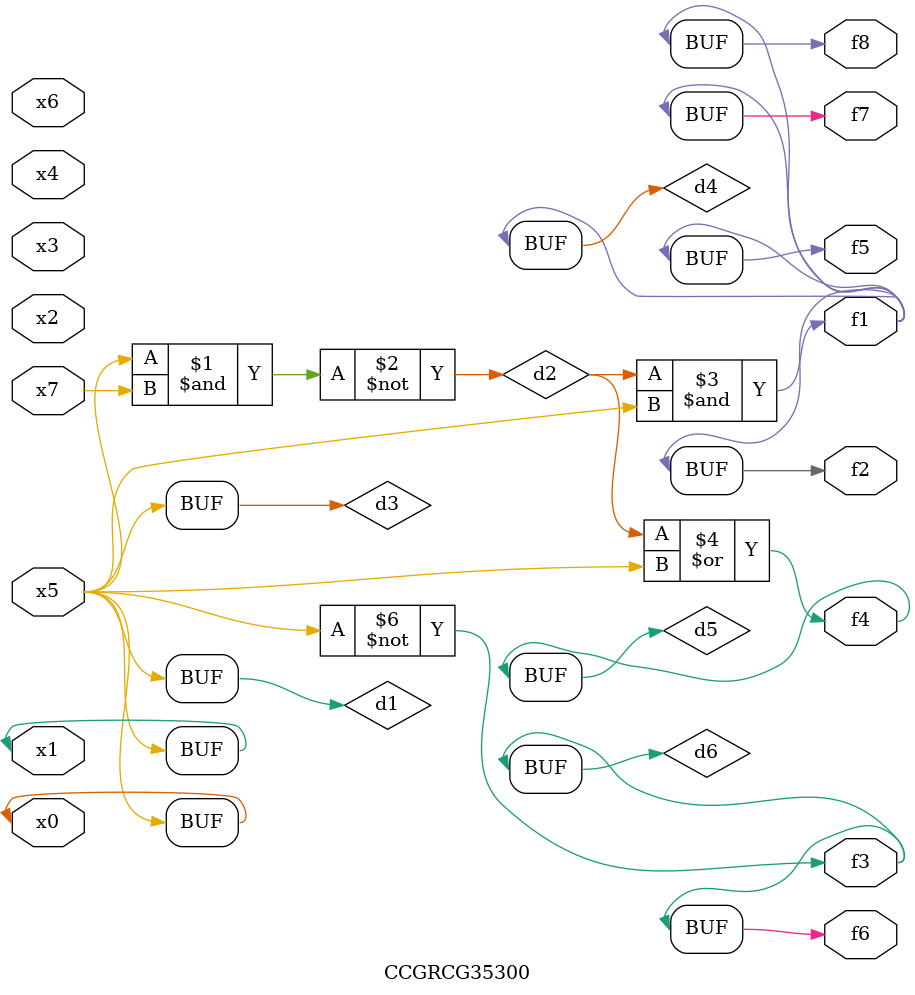
<source format=v>
module CCGRCG35300(
	input x0, x1, x2, x3, x4, x5, x6, x7,
	output f1, f2, f3, f4, f5, f6, f7, f8
);

	wire d1, d2, d3, d4, d5, d6;

	buf (d1, x0, x5);
	nand (d2, x5, x7);
	buf (d3, x0, x1);
	and (d4, d2, d3);
	or (d5, d2, d3);
	nor (d6, d1, d3);
	assign f1 = d4;
	assign f2 = d4;
	assign f3 = d6;
	assign f4 = d5;
	assign f5 = d4;
	assign f6 = d6;
	assign f7 = d4;
	assign f8 = d4;
endmodule

</source>
